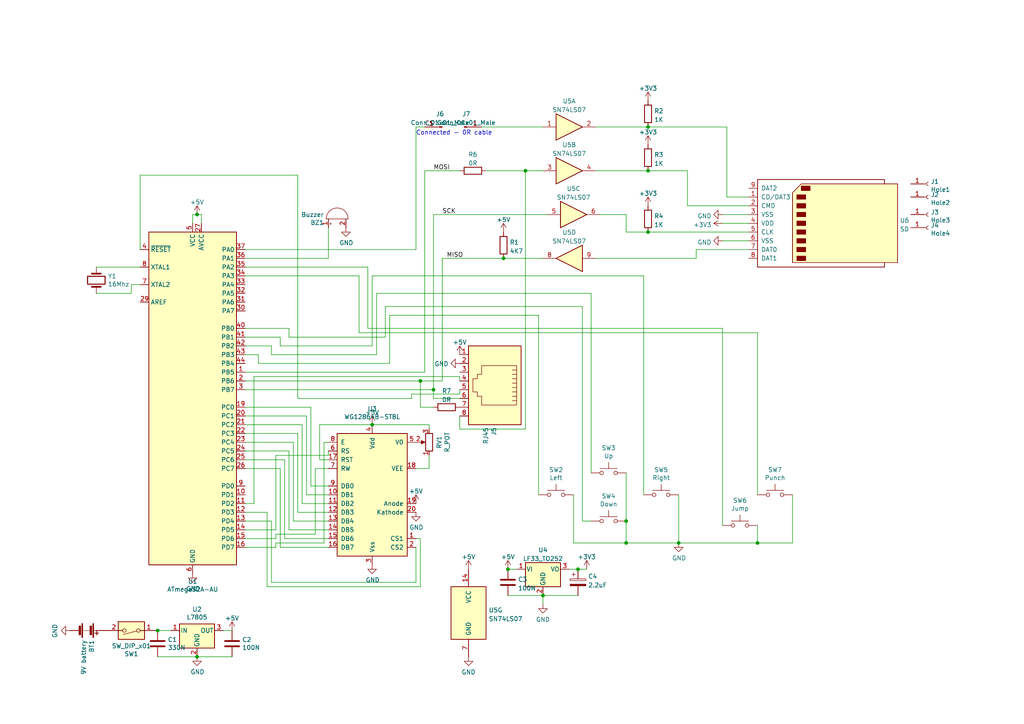
<source format=kicad_sch>
(kicad_sch (version 20211123) (generator eeschema)
  (paper "A4")
  (lib_symbols
    (symbol "74xx:SN74LS07" (pin_names (offset 1.016))
      (property "Reference" "U" (at 0 1.27 0))
      (property "Value" "SN74LS07" (at 0 -1.27 0))
      (symbol "SN74LS07_1_0"
        (polyline (pts (xy -3.81 3.81) (xy -3.81 -3.81) (xy 3.81 0) (xy -3.81 3.81)) (stroke (width 0.254)) (fill (type background)))
        (pin input line (at -7.62 0 0) (length 3.81) (name "~") (number "1"))
        (pin open_collector line (at 7.62 0 180) (length 3.81) (name "~") (number "2"))
      )
      (symbol "SN74LS07_2_0"
        (polyline (pts (xy -3.81 3.81) (xy -3.81 -3.81) (xy 3.81 0) (xy -3.81 3.81)) (stroke (width 0.254)) (fill (type background)))
        (pin input line (at -7.62 0 0) (length 3.81) (name "~") (number "3"))
        (pin open_collector line (at 7.62 0 180) (length 3.81) (name "~") (number "4"))
      )
      (symbol "SN74LS07_3_0"
        (polyline (pts (xy -3.81 3.81) (xy -3.81 -3.81) (xy 3.81 0) (xy -3.81 3.81)) (stroke (width 0.254)) (fill (type background)))
        (pin input line (at -7.62 0 0) (length 3.81) (name "~") (number "5"))
        (pin open_collector line (at 7.62 0 180) (length 3.81) (name "~") (number "6"))
      )
      (symbol "SN74LS07_4_0"
        (polyline (pts (xy -3.81 3.81) (xy -3.81 -3.81) (xy 3.81 0) (xy -3.81 3.81)) (stroke (width 0.254)) (fill (type background)))
        (pin open_collector line (at 7.62 0 180) (length 3.81) (name "~") (number "8"))
        (pin input line (at -7.62 0 0) (length 3.81) (name "~") (number "9"))
      )
      (symbol "SN74LS07_5_0"
        (polyline (pts (xy -3.81 3.81) (xy -3.81 -3.81) (xy 3.81 0) (xy -3.81 3.81)) (stroke (width 0.254)) (fill (type background)))
        (pin open_collector line (at 7.62 0 180) (length 3.81) (name "~") (number "10"))
        (pin input line (at -7.62 0 0) (length 3.81) (name "~") (number "11"))
      )
      (symbol "SN74LS07_6_0"
        (polyline (pts (xy -3.81 3.81) (xy -3.81 -3.81) (xy 3.81 0) (xy -3.81 3.81)) (stroke (width 0.254)) (fill (type background)))
        (pin open_collector line (at 7.62 0 180) (length 3.81) (name "~") (number "12"))
        (pin input line (at -7.62 0 0) (length 3.81) (name "~") (number "13"))
      )
      (symbol "SN74LS07_7_0"
        (pin power_in line (at 0 12.7 270) (length 5.08) (name "VCC") (number "14"))
        (pin power_in line (at 0 -12.7 90) (length 5.08) (name "GND") (number "7"))
      )
      (symbol "SN74LS07_7_1"
        (rectangle (start -5.08 7.62) (end 5.08 -7.62) (stroke (width 0.254)) (fill (type background)))
      )
    )
    (symbol "Connector:Conn_01x01_Female" (pin_names (offset 1.016) hide)
      (property "Reference" "J" (at 0 2.54 0))
      (property "Value" "Conn_01x01_Female" (at 0 -2.54 0))
      (symbol "Conn_01x01_Female_1_1"
        (polyline (pts (xy -1.27 0) (xy -0.508 0)) (stroke (width 0.1524)))
        (arc (start 0 0.508) (mid -0.508 0) (end 0 -0.508) (stroke (width 0.1524)))
        (pin passive line (at -5.08 0 0) (length 3.81) (name "Pin_1") (number "1"))
      )
    )
    (symbol "Connector:Conn_01x01_Male" (pin_names (offset 1.016) hide)
      (property "Reference" "J" (at 0 2.54 0))
      (property "Value" "Conn_01x01_Male" (at 0 -2.54 0))
      (symbol "Conn_01x01_Male_1_1"
        (polyline (pts (xy 1.27 0) (xy 0.8636 0)) (stroke (width 0.1524)))
        (rectangle (start 0.8636 0.127) (end 0 -0.127) (stroke (width 0.1524)) (fill (type outline)))
        (pin passive line (at 5.08 0 180) (length 3.81) (name "Pin_1") (number "1"))
      )
    )
    (symbol "Connector:RJ45" (pin_names (offset 1.016))
      (property "Reference" "J" (at -5.08 13.97 0))
      (property "Value" "RJ45" (at 2.54 13.97 0))
      (symbol "RJ45_0_1"
        (polyline (pts (xy -5.08 4.445) (xy -6.35 4.445)))
        (polyline (pts (xy -5.08 5.715) (xy -6.35 5.715)))
        (polyline (pts (xy -6.35 -3.175) (xy -5.08 -3.175) (xy -5.08 -3.175)))
        (polyline (pts (xy -6.35 -1.905) (xy -5.08 -1.905) (xy -5.08 -1.905)))
        (polyline (pts (xy -6.35 -0.635) (xy -5.08 -0.635) (xy -5.08 -0.635)))
        (polyline (pts (xy -6.35 0.635) (xy -5.08 0.635) (xy -5.08 0.635)))
        (polyline (pts (xy -6.35 1.905) (xy -5.08 1.905) (xy -5.08 1.905)))
        (polyline (pts (xy -5.08 3.175) (xy -6.35 3.175) (xy -6.35 3.175)))
        (polyline (pts (xy -6.35 -4.445) (xy -6.35 6.985) (xy 3.81 6.985) (xy 3.81 4.445) (xy 5.08 4.445) (xy 5.08 3.175) (xy 6.35 3.175) (xy 6.35 -0.635) (xy 5.08 -0.635) (xy 5.08 -1.905) (xy 3.81 -1.905) (xy 3.81 -4.445) (xy -6.35 -4.445) (xy -6.35 -4.445)))
        (rectangle (start 7.62 12.7) (end -7.62 -10.16) (stroke (width 0.254)) (fill (type background)))
      )
      (symbol "RJ45_1_1"
        (pin passive line (at 10.16 -7.62 180) (length 2.54) (name "~") (number "1"))
        (pin passive line (at 10.16 -5.08 180) (length 2.54) (name "~") (number "2"))
        (pin passive line (at 10.16 -2.54 180) (length 2.54) (name "~") (number "3"))
        (pin passive line (at 10.16 0 180) (length 2.54) (name "~") (number "4"))
        (pin passive line (at 10.16 2.54 180) (length 2.54) (name "~") (number "5"))
        (pin passive line (at 10.16 5.08 180) (length 2.54) (name "~") (number "6"))
        (pin passive line (at 10.16 7.62 180) (length 2.54) (name "~") (number "7"))
        (pin passive line (at 10.16 10.16 180) (length 2.54) (name "~") (number "8"))
      )
    )
    (symbol "Device:Battery" (pin_numbers hide) (pin_names (offset 0) hide)
      (property "Reference" "BT" (at 2.54 2.54 0))
      (property "Value" "Battery" (at 2.54 0 0))
      (symbol "Battery_0_1"
        (rectangle (start -2.032 -1.397) (end 2.032 -1.651) (fill (type outline)))
        (rectangle (start -2.032 1.778) (end 2.032 1.524) (fill (type outline)))
        (rectangle (start -1.3208 -1.9812) (end 1.27 -2.4892) (fill (type outline)))
        (rectangle (start -1.3208 1.1938) (end 1.27 0.6858) (fill (type outline)))
        (polyline (pts (xy 0 -1.524) (xy 0 -1.27)))
        (polyline (pts (xy 0 -1.016) (xy 0 -0.762)))
        (polyline (pts (xy 0 -0.508) (xy 0 -0.254)))
        (polyline (pts (xy 0 0) (xy 0 0.254)))
        (polyline (pts (xy 0 0.508) (xy 0 0.762)))
        (polyline (pts (xy 0 1.778) (xy 0 2.54)))
        (polyline (pts (xy 0.254 2.667) (xy 1.27 2.667)) (stroke (width 0.254)))
        (polyline (pts (xy 0.762 3.175) (xy 0.762 2.159)) (stroke (width 0.254)))
      )
      (symbol "Battery_1_1"
        (pin passive line (at 0 5.08 270) (length 2.54) (name "+") (number "1"))
        (pin passive line (at 0 -5.08 90) (length 2.54) (name "-") (number "2"))
      )
    )
    (symbol "Device:Buzzer" (pin_names (offset 0.0254) hide)
      (property "Reference" "BZ" (at 3.81 1.27 0))
      (property "Value" "Buzzer" (at 3.81 -1.27 0))
      (symbol "Buzzer_0_1"
        (arc (start 0 -3.175) (mid 3.175 0) (end 0 3.175))
        (polyline (pts (xy -1.651 1.905) (xy -1.143 1.905)))
        (polyline (pts (xy -1.397 2.159) (xy -1.397 1.651)))
        (polyline (pts (xy 0 3.175) (xy 0 -3.175)))
      )
      (symbol "Buzzer_1_1"
        (pin passive line (at -2.54 2.54 0) (length 2.54) (name "-") (number "1"))
        (pin passive line (at -2.54 -2.54 0) (length 2.54) (name "+") (number "2"))
      )
    )
    (symbol "Device:C" (pin_numbers hide) (pin_names (offset 0.254))
      (property "Reference" "C" (at 0.635 2.54 0))
      (property "Value" "C" (at 0.635 -2.54 0))
      (symbol "C_0_1"
        (polyline (pts (xy -2.032 -0.762) (xy 2.032 -0.762)) (stroke (width 0.508)))
        (polyline (pts (xy -2.032 0.762) (xy 2.032 0.762)) (stroke (width 0.508)))
      )
      (symbol "C_1_1"
        (pin passive line (at 0 3.81 270) (length 2.794) (name "~") (number "1"))
        (pin passive line (at 0 -3.81 90) (length 2.794) (name "~") (number "2"))
      )
    )
    (symbol "Device:C_Polarized" (pin_numbers hide) (pin_names (offset 0.254))
      (property "Reference" "C" (at 0.635 2.54 0))
      (property "Value" "C_Polarized" (at 0.635 -2.54 0))
      (symbol "C_Polarized_0_1"
        (rectangle (start -2.286 0.508) (end 2.286 1.016))
        (polyline (pts (xy -1.778 2.286) (xy -0.762 2.286)))
        (polyline (pts (xy -1.27 2.794) (xy -1.27 1.778)))
        (rectangle (start 2.286 -0.508) (end -2.286 -1.016) (fill (type outline)))
      )
      (symbol "C_Polarized_1_1"
        (pin passive line (at 0 3.81 270) (length 2.794) (name "~") (number "1"))
        (pin passive line (at 0 -3.81 90) (length 2.794) (name "~") (number "2"))
      )
    )
    (symbol "Device:Crystal" (pin_numbers hide) (pin_names (offset 1.016) hide)
      (property "Reference" "Y" (at 0 3.81 0))
      (property "Value" "Crystal" (at 0 -3.81 0))
      (symbol "Crystal_0_1"
        (rectangle (start -1.143 2.54) (end 1.143 -2.54) (stroke (width 0.3048)))
        (polyline (pts (xy -2.54 0) (xy -1.905 0)))
        (polyline (pts (xy -1.905 -1.27) (xy -1.905 1.27)) (stroke (width 0.508)))
        (polyline (pts (xy 1.905 -1.27) (xy 1.905 1.27)) (stroke (width 0.508)))
        (polyline (pts (xy 2.54 0) (xy 1.905 0)))
      )
      (symbol "Crystal_1_1"
        (pin passive line (at -3.81 0 0) (length 1.27) (name "1") (number "1"))
        (pin passive line (at 3.81 0 180) (length 1.27) (name "2") (number "2"))
      )
    )
    (symbol "Device:R" (pin_numbers hide) (pin_names (offset 0))
      (property "Reference" "R" (at 2.032 0 90))
      (property "Value" "R" (at 0 0 90))
      (symbol "R_0_1"
        (rectangle (start -1.016 -2.54) (end 1.016 2.54) (stroke (width 0.254)))
      )
      (symbol "R_1_1"
        (pin passive line (at 0 3.81 270) (length 1.27) (name "~") (number "1"))
        (pin passive line (at 0 -3.81 90) (length 1.27) (name "~") (number "2"))
      )
    )
    (symbol "Device:R_POT" (pin_names (offset 1.016) hide)
      (property "Reference" "RV" (at -4.445 0 90))
      (property "Value" "Device_R_POT" (at -2.54 0 90))
      (symbol "R_POT_0_1"
        (polyline (pts (xy 2.54 0) (xy 1.524 0)))
        (polyline (pts (xy 1.143 0) (xy 2.286 0.508) (xy 2.286 -0.508) (xy 1.143 0)) (fill (type outline)))
        (rectangle (start 1.016 2.54) (end -1.016 -2.54) (stroke (width 0.254)))
      )
      (symbol "R_POT_1_1"
        (pin passive line (at 0 3.81 270) (length 1.27) (name "1") (number "1"))
        (pin passive line (at 3.81 0 180) (length 1.27) (name "2") (number "2"))
        (pin passive line (at 0 -3.81 90) (length 1.27) (name "3") (number "3"))
      )
    )
    (symbol "MCU_Microchip_ATmega:ATmega32A-AU"
      (property "Reference" "U" (at -12.7 49.53 0))
      (property "Value" "MCU_Microchip_ATmega_ATmega32A-AU" (at 2.54 -49.53 0))
      (symbol "ATmega32A-AU_0_1"
        (rectangle (start -12.7 -48.26) (end 12.7 48.26) (stroke (width 0.254)) (fill (type background)))
      )
      (symbol "ATmega32A-AU_1_1"
        (pin bidirectional line (at 15.24 7.62 180) (length 2.54) (name "PB5") (number "1"))
        (pin bidirectional line (at 15.24 -27.94 180) (length 2.54) (name "PD1") (number "10"))
        (pin bidirectional line (at 15.24 -30.48 180) (length 2.54) (name "PD2") (number "11"))
        (pin bidirectional line (at 15.24 -33.02 180) (length 2.54) (name "PD3") (number "12"))
        (pin bidirectional line (at 15.24 -35.56 180) (length 2.54) (name "PD4") (number "13"))
        (pin bidirectional line (at 15.24 -38.1 180) (length 2.54) (name "PD5") (number "14"))
        (pin bidirectional line (at 15.24 -40.64 180) (length 2.54) (name "PD6") (number "15"))
        (pin bidirectional line (at 15.24 -43.18 180) (length 2.54) (name "PD7") (number "16"))
        (pin passive line (at 0 50.8 270) (length 2.54) hide (name "VCC") (number "17"))
        (pin passive line (at 0 -50.8 90) (length 2.54) hide (name "GND") (number "18"))
        (pin bidirectional line (at 15.24 -2.54 180) (length 2.54) (name "PC0") (number "19"))
        (pin bidirectional line (at 15.24 5.08 180) (length 2.54) (name "PB6") (number "2"))
        (pin bidirectional line (at 15.24 -5.08 180) (length 2.54) (name "PC1") (number "20"))
        (pin bidirectional line (at 15.24 -7.62 180) (length 2.54) (name "PC2") (number "21"))
        (pin bidirectional line (at 15.24 -10.16 180) (length 2.54) (name "PC3") (number "22"))
        (pin bidirectional line (at 15.24 -12.7 180) (length 2.54) (name "PC4") (number "23"))
        (pin bidirectional line (at 15.24 -15.24 180) (length 2.54) (name "PC5") (number "24"))
        (pin bidirectional line (at 15.24 -17.78 180) (length 2.54) (name "PC6") (number "25"))
        (pin bidirectional line (at 15.24 -20.32 180) (length 2.54) (name "PC7") (number "26"))
        (pin power_in line (at 2.54 50.8 270) (length 2.54) (name "AVCC") (number "27"))
        (pin passive line (at 0 -50.8 90) (length 2.54) hide (name "GND") (number "28"))
        (pin passive line (at -15.24 27.94 0) (length 2.54) (name "AREF") (number "29"))
        (pin bidirectional line (at 15.24 2.54 180) (length 2.54) (name "PB7") (number "3"))
        (pin bidirectional line (at 15.24 25.4 180) (length 2.54) (name "PA7") (number "30"))
        (pin bidirectional line (at 15.24 27.94 180) (length 2.54) (name "PA6") (number "31"))
        (pin bidirectional line (at 15.24 30.48 180) (length 2.54) (name "PA5") (number "32"))
        (pin bidirectional line (at 15.24 33.02 180) (length 2.54) (name "PA4") (number "33"))
        (pin bidirectional line (at 15.24 35.56 180) (length 2.54) (name "PA3") (number "34"))
        (pin bidirectional line (at 15.24 38.1 180) (length 2.54) (name "PA2") (number "35"))
        (pin bidirectional line (at 15.24 40.64 180) (length 2.54) (name "PA1") (number "36"))
        (pin bidirectional line (at 15.24 43.18 180) (length 2.54) (name "PA0") (number "37"))
        (pin passive line (at 0 50.8 270) (length 2.54) hide (name "VCC") (number "38"))
        (pin passive line (at 0 -50.8 90) (length 2.54) hide (name "GND") (number "39"))
        (pin input line (at -15.24 43.18 0) (length 2.54) (name "~{RESET}") (number "4"))
        (pin bidirectional line (at 15.24 20.32 180) (length 2.54) (name "PB0") (number "40"))
        (pin bidirectional line (at 15.24 17.78 180) (length 2.54) (name "PB1") (number "41"))
        (pin bidirectional line (at 15.24 15.24 180) (length 2.54) (name "PB2") (number "42"))
        (pin bidirectional line (at 15.24 12.7 180) (length 2.54) (name "PB3") (number "43"))
        (pin bidirectional line (at 15.24 10.16 180) (length 2.54) (name "PB4") (number "44"))
        (pin power_in line (at 0 50.8 270) (length 2.54) (name "VCC") (number "5"))
        (pin power_in line (at 0 -50.8 90) (length 2.54) (name "GND") (number "6"))
        (pin output line (at -15.24 33.02 0) (length 2.54) (name "XTAL2") (number "7"))
        (pin input line (at -15.24 38.1 0) (length 2.54) (name "XTAL1") (number "8"))
        (pin bidirectional line (at 15.24 -25.4 180) (length 2.54) (name "PD0") (number "9"))
      )
    )
    (symbol "Regulator_Linear:L7805" (pin_names (offset 0.254))
      (property "Reference" "U" (at -3.81 3.175 0))
      (property "Value" "L7805" (at 0 3.175 0))
      (symbol "L7805_0_1"
        (rectangle (start -5.08 1.905) (end 5.08 -5.08) (stroke (width 0.254)) (fill (type background)))
      )
      (symbol "L7805_1_1"
        (pin power_in line (at -7.62 0 0) (length 2.54) (name "IN") (number "1"))
        (pin power_in line (at 0 -7.62 90) (length 2.54) (name "GND") (number "2"))
        (pin power_out line (at 7.62 0 180) (length 2.54) (name "OUT") (number "3"))
      )
    )
    (symbol "Regulator_Linear:LF33_TO252" (pin_names (offset 0.254))
      (property "Reference" "U" (at -3.81 3.175 0))
      (property "Value" "LF33_TO252" (at 0 3.175 0))
      (symbol "LF33_TO252_0_1"
        (rectangle (start -5.08 1.905) (end 5.08 -5.08) (stroke (width 0.254)) (fill (type background)))
      )
      (symbol "LF33_TO252_1_1"
        (pin power_in line (at -7.62 0 0) (length 2.54) (name "VI") (number "1"))
        (pin power_in line (at 0 -7.62 90) (length 2.54) (name "GND") (number "2"))
        (pin power_out line (at 7.62 0 180) (length 2.54) (name "VO") (number "3"))
      )
    )
    (symbol "SD:SD" (pin_names (offset 1.016))
      (property "Reference" "U" (at 0 5.08 0))
      (property "Value" "SD" (at 0 7.62 0))
      (symbol "SD_0_1"
        (rectangle (start -8.89 -9.525) (end -6.35 -10.795) (fill (type outline)))
        (rectangle (start -8.89 -9.525) (end -6.35 -10.795) (fill (type outline)))
        (rectangle (start -8.89 -6.985) (end -6.35 -8.255) (fill (type outline)))
        (rectangle (start -8.89 -6.985) (end -6.35 -8.255) (fill (type outline)))
        (rectangle (start -8.89 -4.445) (end -6.35 -5.715) (fill (type outline)))
        (rectangle (start -8.89 -4.445) (end -6.35 -5.715) (fill (type outline)))
        (rectangle (start -8.89 -1.905) (end -6.35 -3.175) (fill (type outline)))
        (rectangle (start -8.89 -1.905) (end -6.35 -3.175) (fill (type outline)))
        (rectangle (start -8.89 0.635) (end -6.35 -0.635) (fill (type outline)))
        (rectangle (start -8.89 0.635) (end -6.35 -0.635) (fill (type outline)))
        (rectangle (start -8.89 3.175) (end -6.35 1.905) (fill (type outline)))
        (rectangle (start -8.89 3.175) (end -6.35 1.905) (fill (type outline)))
        (rectangle (start -8.89 5.715) (end -6.35 4.445) (fill (type outline)))
        (rectangle (start -8.89 5.715) (end -6.35 4.445) (fill (type outline)))
        (rectangle (start -8.89 8.255) (end -6.35 6.985) (fill (type outline)))
        (rectangle (start -8.89 8.255) (end -6.35 6.985) (fill (type outline)))
        (rectangle (start -7.62 10.795) (end -5.08 9.525) (fill (type outline)))
        (rectangle (start -7.62 10.795) (end -5.08 9.525) (fill (type outline)))
        (polyline (pts (xy -10.16 8.89) (xy -7.62 11.43) (xy 20.32 11.43) (xy 20.32 -11.43) (xy -10.16 -11.43) (xy -10.16 8.89)) (fill (type background)))
        (polyline (pts (xy -10.16 8.89) (xy -7.62 11.43) (xy 20.32 11.43) (xy 20.32 -11.43) (xy -10.16 -11.43) (xy -10.16 8.89)) (fill (type background)))
        (polyline (pts (xy 16.51 11.43) (xy 16.51 12.7) (xy -20.32 12.7) (xy -20.32 -12.7) (xy 16.51 -12.7) (xy 16.51 -11.43)))
        (polyline (pts (xy 16.51 11.43) (xy 16.51 12.7) (xy -20.32 12.7) (xy -20.32 -12.7) (xy 16.51 -12.7) (xy 16.51 -11.43)))
      )
      (symbol "SD_1_1"
        (pin input line (at -22.86 7.62 0) (length 2.54) (name "CD/DAT3") (number "1"))
        (pin input line (at -22.86 5.08 0) (length 2.54) (name "CMD") (number "2"))
        (pin power_in line (at -22.86 2.54 0) (length 2.54) (name "VSS") (number "3"))
        (pin power_in line (at -22.86 0 0) (length 2.54) (name "VDD") (number "4"))
        (pin input line (at -22.86 -2.54 0) (length 2.54) (name "CLK") (number "5"))
        (pin power_in line (at -22.86 -5.08 0) (length 2.54) (name "VSS") (number "6"))
        (pin input line (at -22.86 -7.62 0) (length 2.54) (name "DAT0") (number "7"))
        (pin input line (at -22.86 -10.16 0) (length 2.54) (name "DAT1") (number "8"))
        (pin input line (at -22.86 10.16 0) (length 2.54) (name "DAT2") (number "9"))
      )
    )
    (symbol "Switch:SW_DIP_x01" (pin_names (offset 0) hide)
      (property "Reference" "SW" (at 0 3.81 0))
      (property "Value" "SW_DIP_x01" (at 0 -3.81 0))
      (symbol "SW_DIP_x01_0_0"
        (circle (center -2.032 0) (radius 0.508))
        (polyline (pts (xy -1.524 0.127) (xy 2.3622 1.1684)))
        (circle (center 2.032 0) (radius 0.508))
      )
      (symbol "SW_DIP_x01_0_1"
        (rectangle (start -3.81 2.54) (end 3.81 -2.54) (stroke (width 0.254)) (fill (type background)))
      )
      (symbol "SW_DIP_x01_1_1"
        (pin passive line (at -7.62 0 0) (length 5.08) (name "~") (number "1"))
        (pin passive line (at 7.62 0 180) (length 5.08) (name "~") (number "2"))
      )
    )
    (symbol "Switch:SW_Push" (pin_numbers hide) (pin_names (offset 1.016) hide)
      (property "Reference" "SW" (at 1.27 2.54 0))
      (property "Value" "SW_Push" (at 0 -1.524 0))
      (symbol "SW_Push_0_1"
        (circle (center -2.032 0) (radius 0.508))
        (polyline (pts (xy 0 1.27) (xy 0 3.048)))
        (polyline (pts (xy 2.54 1.27) (xy -2.54 1.27)))
        (circle (center 2.032 0) (radius 0.508))
        (pin passive line (at -5.08 0 0) (length 2.54) (name "1") (number "1"))
        (pin passive line (at 5.08 0 180) (length 2.54) (name "2") (number "2"))
      )
    )
    (symbol "power:+3V3" (power) (pin_names (offset 0))
      (property "Value" "+3V3" (at 0 3.556 0))
      (symbol "+3V3_0_1"
        (polyline (pts (xy -0.762 1.27) (xy 0 2.54)))
        (polyline (pts (xy 0 0) (xy 0 2.54)))
        (polyline (pts (xy 0 2.54) (xy 0.762 1.27)))
      )
      (symbol "+3V3_1_1"
        (pin power_in line (at 0 0 90) (length 0) hide (name "+3V3") (number "1"))
      )
    )
    (symbol "power:+5V" (power) (pin_names (offset 0))
      (property "Value" "+5V" (at 0 3.556 0))
      (symbol "+5V_0_1"
        (polyline (pts (xy -0.762 1.27) (xy 0 2.54)))
        (polyline (pts (xy 0 0) (xy 0 2.54)))
        (polyline (pts (xy 0 2.54) (xy 0.762 1.27)))
      )
      (symbol "+5V_1_1"
        (pin power_in line (at 0 0 90) (length 0) hide (name "+5V") (number "1"))
      )
    )
    (symbol "power:GND" (power) (pin_names (offset 0))
      (property "Value" "GND" (at 0 -3.81 0))
      (symbol "GND_0_1"
        (polyline (pts (xy 0 0) (xy 0 -1.27) (xy 1.27 -1.27) (xy 0 -2.54) (xy -1.27 -1.27) (xy 0 -1.27)))
      )
      (symbol "GND_1_1"
        (pin power_in line (at 0 0 270) (length 0) hide (name "GND") (number "1"))
      )
    )
    (symbol "schemat_dip40-rescue:WG12864B-STBL" (pin_names (offset 1.016))
      (property "Reference" "U" (at 0 0 0))
      (property "Value" "WG12864B-STBL" (at 0 0 0))
      (symbol "WG12864B-STBL_0_1"
        (rectangle (start -10.16 19.05) (end 10.16 -16.51) (stroke (width 0.254)) (fill (type background)))
      )
      (symbol "WG12864B-STBL_1_1"
        (pin input line (at 12.7 -11.43 180) (length 2.54) (name "CS1") (number "1"))
        (pin input line (at -12.7 1.27 0) (length 2.54) (name "DB1") (number "10"))
        (pin input line (at -12.7 -1.27 0) (length 2.54) (name "DB2") (number "11"))
        (pin input line (at -12.7 -3.81 0) (length 2.54) (name "DB3") (number "12"))
        (pin input line (at -12.7 -6.35 0) (length 2.54) (name "DB4") (number "13"))
        (pin input line (at -12.7 -8.89 0) (length 2.54) (name "DB5") (number "14"))
        (pin input line (at -12.7 -11.43 0) (length 2.54) (name "DB6") (number "15"))
        (pin input line (at -12.7 -13.97 0) (length 2.54) (name "DB7") (number "16"))
        (pin input line (at -12.7 11.43 0) (length 2.54) (name "RST") (number "17"))
        (pin passive line (at 12.7 8.89 180) (length 2.54) (name "VEE") (number "18"))
        (pin input line (at 12.7 -1.27 180) (length 2.54) (name "Anode") (number "19"))
        (pin input line (at 12.7 -13.97 180) (length 2.54) (name "CS2") (number "2"))
        (pin input line (at 12.7 -3.81 180) (length 2.54) (name "Kathode") (number "20"))
        (pin power_in line (at 0 -19.05 90) (length 2.54) (name "Vss") (number "3"))
        (pin power_in line (at 0 21.59 270) (length 2.54) (name "Vdd") (number "4"))
        (pin input line (at 12.7 16.51 180) (length 2.54) (name "V0") (number "5"))
        (pin input line (at -12.7 13.97 0) (length 2.54) (name "RS") (number "6"))
        (pin input line (at -12.7 8.89 0) (length 2.54) (name "RW") (number "7"))
        (pin input line (at -12.7 16.51 0) (length 2.54) (name "E") (number "8"))
        (pin input line (at -12.7 3.81 0) (length 2.54) (name "DB0") (number "9"))
      )
    )
  )
  (junction (at 187.96 67.31))
  (junction (at 107.95 123.19))
  (junction (at 219.71 157.48))
  (junction (at 157.48 172.72))
  (junction (at 57.15 190.5))
  (junction (at 152.4 49.53))
  (junction (at 146.05 74.93))
  (junction (at 45.72 182.88))
  (junction (at 121.92 110.49))
  (junction (at 147.32 165.1))
  (junction (at 187.96 49.53))
  (junction (at 167.64 165.1))
  (junction (at 181.61 157.48))
  (junction (at 181.61 151.13))
  (junction (at 125.73 113.03))
  (junction (at 196.85 157.48))
  (junction (at 57.15 62.23))
  (junction (at 187.96 36.83))
  (wire (pts (xy 77.47 170.18) (xy 77.47 148.59)))
  (wire (pts (xy 95.25 151.13) (xy 85.09 151.13)))
  (wire (pts (xy 133.35 124.46) (xy 133.35 120.65)))
  (wire (pts (xy 181.61 151.13) (xy 181.61 157.48)))
  (wire (pts (xy 81.28 135.89) (xy 71.12 135.89)))
  (wire (pts (xy 113.03 105.41) (xy 74.93 105.41)))
  (wire (pts (xy 86.36 125.73) (xy 71.12 125.73)))
  (wire (pts (xy 78.74 100.33) (xy 71.12 100.33)))
  (wire (pts (xy 209.55 95.25) (xy 209.55 152.4)))
  (wire (pts (xy 78.74 102.87) (xy 78.74 100.33)))
  (wire (pts (xy 78.74 151.13) (xy 71.12 151.13)))
  (wire (pts (xy 95.25 133.35) (xy 92.71 133.35)))
  (wire (pts (xy 201.93 72.39) (xy 217.17 72.39)))
  (wire (pts (xy 219.71 152.4) (xy 219.71 157.48)))
  (wire (pts (xy 57.15 62.23) (xy 58.42 62.23)))
  (wire (pts (xy 201.93 74.93) (xy 201.93 72.39)))
  (wire (pts (xy 199.39 59.69) (xy 217.17 59.69)))
  (wire (pts (xy 78.74 168.91) (xy 78.74 151.13)))
  (wire (pts (xy 125.73 113.03) (xy 125.73 115.57)))
  (wire (pts (xy 147.32 172.72) (xy 157.48 172.72)))
  (wire (pts (xy 125.73 113.03) (xy 71.12 113.03)))
  (wire (pts (xy 173.99 62.23) (xy 181.61 62.23)))
  (wire (pts (xy 125.73 118.11) (xy 121.92 118.11)))
  (wire (pts (xy 82.55 156.21) (xy 82.55 133.35)))
  (wire (pts (xy 125.73 62.23) (xy 125.73 113.03)))
  (wire (pts (xy 86.36 115.57) (xy 119.38 115.57)))
  (wire (pts (xy 128.27 110.49) (xy 121.92 110.49)))
  (wire (pts (xy 55.88 64.77) (xy 55.88 62.23)))
  (wire (pts (xy 157.48 172.72) (xy 157.48 175.26)))
  (wire (pts (xy 139.7 36.83) (xy 157.48 36.83)))
  (wire (pts (xy 156.21 91.44) (xy 113.03 91.44)))
  (wire (pts (xy 95.25 132.08) (xy 95.25 130.81)))
  (wire (pts (xy 121.92 118.11) (xy 121.92 110.49)))
  (wire (pts (xy 209.55 64.77) (xy 217.17 64.77)))
  (wire (pts (xy 181.61 67.31) (xy 187.96 67.31)))
  (wire (pts (xy 95.25 153.67) (xy 83.82 153.67)))
  (wire (pts (xy 95.25 146.05) (xy 87.63 146.05)))
  (wire (pts (xy 187.96 36.83) (xy 210.82 36.83)))
  (wire (pts (xy 27.94 77.47) (xy 40.64 77.47)))
  (wire (pts (xy 209.55 62.23) (xy 217.17 62.23)))
  (wire (pts (xy 87.63 123.19) (xy 71.12 123.19)))
  (wire (pts (xy 181.61 62.23) (xy 181.61 67.31)))
  (wire (pts (xy 120.65 156.21) (xy 121.92 156.21)))
  (wire (pts (xy 93.98 128.27) (xy 95.25 128.27)))
  (wire (pts (xy 104.14 96.52) (xy 219.71 96.52)))
  (wire (pts (xy 168.91 151.13) (xy 168.91 88.9)))
  (wire (pts (xy 172.72 36.83) (xy 187.96 36.83)))
  (wire (pts (xy 187.96 49.53) (xy 199.39 49.53)))
  (wire (pts (xy 71.12 146.05) (xy 73.66 146.05)))
  (wire (pts (xy 92.71 133.35) (xy 92.71 123.19)))
  (wire (pts (xy 80.01 132.08) (xy 95.25 132.08)))
  (wire (pts (xy 120.65 168.91) (xy 78.74 168.91)))
  (wire (pts (xy 91.44 135.89) (xy 91.44 154.94)))
  (wire (pts (xy 229.87 157.48) (xy 229.87 143.51)))
  (wire (pts (xy 157.48 172.72) (xy 167.64 172.72)))
  (wire (pts (xy 181.61 157.48) (xy 196.85 157.48)))
  (wire (pts (xy 128.27 110.49) (xy 128.27 74.93)))
  (wire (pts (xy 91.44 154.94) (xy 80.01 154.94)))
  (wire (pts (xy 123.19 49.53) (xy 133.35 49.53)))
  (wire (pts (xy 80.01 154.94) (xy 80.01 156.21)))
  (wire (pts (xy 95.25 158.75) (xy 81.28 158.75)))
  (wire (pts (xy 109.22 85.09) (xy 109.22 102.87)))
  (wire (pts (xy 45.72 190.5) (xy 57.15 190.5)))
  (wire (pts (xy 77.47 148.59) (xy 71.12 148.59)))
  (wire (pts (xy 58.42 62.23) (xy 58.42 64.77)))
  (wire (pts (xy 93.98 157.48) (xy 80.01 157.48)))
  (wire (pts (xy 95.25 74.93) (xy 71.12 74.93)))
  (wire (pts (xy 187.96 67.31) (xy 217.17 67.31)))
  (wire (pts (xy 128.27 74.93) (xy 146.05 74.93)))
  (wire (pts (xy 133.35 109.22) (xy 133.35 110.49)))
  (wire (pts (xy 107.95 100.33) (xy 81.28 100.33)))
  (wire (pts (xy 196.85 157.48) (xy 219.71 157.48)))
  (wire (pts (xy 81.28 100.33) (xy 81.28 97.79)))
  (wire (pts (xy 124.46 124.46) (xy 124.46 123.19)))
  (wire (pts (xy 146.05 74.93) (xy 157.48 74.93)))
  (wire (pts (xy 95.25 148.59) (xy 86.36 148.59)))
  (wire (pts (xy 119.38 114.3) (xy 133.35 114.3)))
  (wire (pts (xy 107.95 80.01) (xy 107.95 100.33)))
  (wire (pts (xy 95.25 143.51) (xy 88.9 143.51)))
  (wire (pts (xy 90.17 140.97) (xy 90.17 118.11)))
  (wire (pts (xy 172.72 49.53) (xy 187.96 49.53)))
  (wire (pts (xy 120.65 158.75) (xy 120.65 168.91)))
  (wire (pts (xy 120.65 135.89) (xy 124.46 135.89)))
  (wire (pts (xy 74.93 105.41) (xy 74.93 102.87)))
  (wire (pts (xy 80.01 153.67) (xy 71.12 153.67)))
  (wire (pts (xy 156.21 143.51) (xy 156.21 91.44)))
  (wire (pts (xy 80.01 153.67) (xy 80.01 132.08)))
  (wire (pts (xy 133.35 114.3) (xy 133.35 113.03)))
  (wire (pts (xy 219.71 157.48) (xy 229.87 157.48)))
  (wire (pts (xy 125.73 115.57) (xy 133.35 115.57)))
  (wire (pts (xy 80.01 157.48) (xy 80.01 158.75)))
  (wire (pts (xy 121.92 156.21) (xy 121.92 170.18)))
  (wire (pts (xy 38.1 82.55) (xy 40.64 82.55)))
  (wire (pts (xy 210.82 57.15) (xy 217.17 57.15)))
  (wire (pts (xy 93.98 128.27) (xy 93.98 157.48)))
  (wire (pts (xy 166.37 143.51) (xy 166.37 157.48)))
  (wire (pts (xy 88.9 143.51) (xy 88.9 120.65)))
  (wire (pts (xy 125.73 62.23) (xy 158.75 62.23)))
  (wire (pts (xy 219.71 143.51) (xy 219.71 96.52)))
  (wire (pts (xy 95.25 156.21) (xy 82.55 156.21)))
  (wire (pts (xy 74.93 102.87) (xy 71.12 102.87)))
  (wire (pts (xy 109.22 102.87) (xy 78.74 102.87)))
  (wire (pts (xy 83.82 95.25) (xy 71.12 95.25)))
  (wire (pts (xy 45.72 182.88) (xy 49.53 182.88)))
  (wire (pts (xy 95.25 66.04) (xy 95.25 74.93)))
  (wire (pts (xy 209.55 69.85) (xy 217.17 69.85)))
  (wire (pts (xy 87.63 146.05) (xy 87.63 123.19)))
  (wire (pts (xy 106.68 95.25) (xy 106.68 77.47)))
  (wire (pts (xy 27.94 85.09) (xy 38.1 85.09)))
  (wire (pts (xy 123.19 107.95) (xy 71.12 107.95)))
  (wire (pts (xy 40.64 50.8) (xy 86.36 50.8)))
  (wire (pts (xy 86.36 50.8) (xy 86.36 115.57)))
  (wire (pts (xy 83.82 153.67) (xy 83.82 130.81)))
  (wire (pts (xy 81.28 97.79) (xy 71.12 97.79)))
  (wire (pts (xy 83.82 130.81) (xy 71.12 130.81)))
  (wire (pts (xy 210.82 36.83) (xy 210.82 57.15)))
  (wire (pts (xy 152.4 49.53) (xy 152.4 124.46)))
  (wire (pts (xy 85.09 128.27) (xy 71.12 128.27)))
  (wire (pts (xy 181.61 137.16) (xy 181.61 151.13)))
  (wire (pts (xy 167.64 165.1) (xy 170.18 165.1)))
  (wire (pts (xy 120.65 36.83) (xy 123.19 36.83)))
  (wire (pts (xy 92.71 123.19) (xy 107.95 123.19)))
  (wire (pts (xy 168.91 88.9) (xy 111.76 88.9)))
  (wire (pts (xy 71.12 72.39) (xy 120.65 72.39)))
  (wire (pts (xy 95.25 140.97) (xy 90.17 140.97)))
  (wire (pts (xy 121.92 110.49) (xy 71.12 110.49)))
  (wire (pts (xy 104.14 96.52) (xy 104.14 80.01)))
  (wire (pts (xy 171.45 85.09) (xy 109.22 85.09)))
  (wire (pts (xy 172.72 74.93) (xy 201.93 74.93)))
  (wire (pts (xy 80.01 156.21) (xy 71.12 156.21)))
  (wire (pts (xy 166.37 157.48) (xy 181.61 157.48)))
  (wire (pts (xy 85.09 151.13) (xy 85.09 128.27)))
  (wire (pts (xy 91.44 135.89) (xy 95.25 135.89)))
  (wire (pts (xy 152.4 124.46) (xy 133.35 124.46)))
  (wire (pts (xy 111.76 97.79) (xy 83.82 97.79)))
  (wire (pts (xy 147.32 165.1) (xy 149.86 165.1)))
  (wire (pts (xy 64.77 182.88) (xy 67.31 182.88)))
  (wire (pts (xy 73.66 146.05) (xy 73.66 109.22)))
  (wire (pts (xy 90.17 118.11) (xy 71.12 118.11)))
  (wire (pts (xy 165.1 165.1) (xy 167.64 165.1)))
  (wire (pts (xy 86.36 148.59) (xy 86.36 125.73)))
  (wire (pts (xy 38.1 82.55) (xy 38.1 85.09)))
  (wire (pts (xy 196.85 143.51) (xy 196.85 157.48)))
  (wire (pts (xy 73.66 109.22) (xy 133.35 109.22)))
  (wire (pts (xy 83.82 97.79) (xy 83.82 95.25)))
  (wire (pts (xy 111.76 88.9) (xy 111.76 97.79)))
  (wire (pts (xy 106.68 77.47) (xy 71.12 77.47)))
  (wire (pts (xy 104.14 80.01) (xy 71.12 80.01)))
  (wire (pts (xy 55.88 62.23) (xy 57.15 62.23)))
  (wire (pts (xy 80.01 158.75) (xy 71.12 158.75)))
  (wire (pts (xy 124.46 135.89) (xy 124.46 132.08)))
  (wire (pts (xy 140.97 49.53) (xy 152.4 49.53)))
  (wire (pts (xy 57.15 190.5) (xy 67.31 190.5)))
  (wire (pts (xy 186.69 143.51) (xy 186.69 80.01)))
  (wire (pts (xy 40.64 72.39) (xy 40.64 50.8)))
  (wire (pts (xy 81.28 158.75) (xy 81.28 135.89)))
  (wire (pts (xy 106.68 95.25) (xy 209.55 95.25)))
  (wire (pts (xy 82.55 133.35) (xy 71.12 133.35)))
  (wire (pts (xy 120.65 36.83) (xy 120.65 72.39)))
  (wire (pts (xy 119.38 115.57) (xy 119.38 114.3)))
  (wire (pts (xy 88.9 120.65) (xy 71.12 120.65)))
  (wire (pts (xy 171.45 151.13) (xy 168.91 151.13)))
  (wire (pts (xy 113.03 91.44) (xy 113.03 105.41)))
  (wire (pts (xy 124.46 123.19) (xy 107.95 123.19)))
  (wire (pts (xy 186.69 80.01) (xy 107.95 80.01)))
  (wire (pts (xy 199.39 49.53) (xy 199.39 59.69)))
  (wire (pts (xy 121.92 170.18) (xy 77.47 170.18)))
  (wire (pts (xy 152.4 49.53) (xy 157.48 49.53)))
  (wire (pts (xy 171.45 137.16) (xy 171.45 85.09)))
  (wire (pts (xy 123.19 49.53) (xy 123.19 107.95)))
  (text "Connected - 0R cable\n" (at 120.65 39.37 0) (effects (font (size 1.27 1.27)) (justify left bottom)))
  (label "CS" (at 123.19 36.83 0))
  (label "SCK" (at 128.27 62.23 0))
  (label "MOSI" (at 125.73 49.53 0))
  (label "MISO" (at 129.54 74.93 0))
  (symbol (lib_id "Switch:SW_Push") (at 176.53 137.16 0) (unit 1)
    (property "Reference" "SW3" (at 176.53 129.921 0))
    (property "Value" "Up" (at 176.53 132.2324 0))
    (property "Footprint" "Button_Switch_THT:SW_PUSH-12mm" (effects hide))
  )
  (symbol (lib_id "Switch:SW_Push") (at 176.53 151.13 0) (unit 1)
    (property "Reference" "SW4" (at 176.53 143.891 0))
    (property "Value" "Down" (at 176.53 146.2024 0))
    (property "Footprint" "Button_Switch_THT:SW_PUSH-12mm" (effects hide))
  )
  (symbol (lib_id "Switch:SW_Push") (at 191.77 143.51 0) (unit 1)
    (property "Reference" "SW5" (at 191.77 136.271 0))
    (property "Value" "Right" (at 191.77 138.5824 0))
    (property "Footprint" "Button_Switch_THT:SW_PUSH-12mm" (effects hide))
  )
  (symbol (lib_id "Switch:SW_Push") (at 161.29 143.51 0) (unit 1)
    (property "Reference" "SW2" (at 161.29 136.271 0))
    (property "Value" "Left" (at 161.29 138.5824 0))
    (property "Footprint" "Button_Switch_THT:SW_PUSH-12mm" (effects hide))
  )
  (symbol (lib_id "Switch:SW_Push") (at 214.63 152.4 0) (unit 1)
    (property "Reference" "SW6" (at 214.63 145.161 0))
    (property "Value" "Jump" (at 214.63 147.4724 0))
    (property "Footprint" "Button_Switch_THT:SW_PUSH-12mm" (effects hide))
  )
  (symbol (lib_id "Switch:SW_Push") (at 224.79 143.51 0) (unit 1)
    (property "Reference" "SW7" (at 224.79 136.271 0))
    (property "Value" "Punch" (at 224.79 138.5824 0))
    (property "Footprint" "Button_Switch_THT:SW_PUSH-12mm" (effects hide))
  )
  (symbol (lib_id "MCU_Microchip_ATmega:ATmega32A-AU") (at 55.88 115.57 0) (unit 1)
    (property "Reference" "U1" (at 55.88 168.6306 0))
    (property "Value" "ATmega32A-AU" (at 55.88 170.942 0))
    (property "Footprint" "Package_QFP:TQFP-44_10x10mm_P0.8mm" (effects hide))
    (property "Datasheet" "http://ww1.microchip.com/downloads/en/DeviceDoc/atmel-8155-8-bit-microcontroller-avr-atmega32a_datasheet.pdf" (effects hide))
  )
  (symbol (lib_id "Regulator_Linear:L7805") (at 57.15 182.88 0) (unit 1)
    (property "Reference" "U2" (at 57.15 176.7332 0))
    (property "Value" "L7805" (at 57.15 179.0446 0))
    (property "Footprint" "Package_TO_SOT_THT:TO-220-3_Vertical" (effects hide))
    (property "Datasheet" "http://www.st.com/content/ccc/resource/technical/document/datasheet/41/4f/b3/b0/12/d4/47/88/CD00000444.pdf/files/CD00000444.pdf/jcr:content/translations/en.CD00000444.pdf" (effects hide))
  )
  (symbol (lib_id "Switch:SW_DIP_x01") (at 38.1 182.88 180) (unit 1)
    (property "Reference" "SW1" (at 38.1 189.6618 0))
    (property "Value" "SW_DIP_x01" (at 38.1 187.3504 0))
    (property "Footprint" "Connector_PinHeader_2.54mm:PinHeader_1x03_P2.54mm_Vertical" (effects hide))
  )
  (symbol (lib_id "Device:Battery") (at 25.4 182.88 270) (unit 1)
    (property "Reference" "BT1" (at 26.5684 185.6232 0) (effects (justify left)))
    (property "Value" "9V battery" (at 24.257 185.6232 0) (effects (justify left)))
    (property "Footprint" "Connector_PinHeader_2.54mm:PinHeader_1x02_P2.54mm_Vertical" (effects hide))
  )
  (symbol (lib_id "Device:C") (at 45.72 186.69 0) (unit 1)
    (property "Reference" "C1" (at 48.641 185.5216 0) (effects (justify left)))
    (property "Value" "330N" (at 48.641 187.833 0) (effects (justify left)))
    (property "Footprint" "Connector_PinHeader_2.54mm:PinHeader_1x02_P2.54mm_Vertical" (effects hide))
  )
  (symbol (lib_id "Device:C") (at 67.31 186.69 0) (unit 1)
    (property "Reference" "C2" (at 70.231 185.5216 0) (effects (justify left)))
    (property "Value" "100N" (at 70.231 187.833 0) (effects (justify left)))
    (property "Footprint" "Connector_PinHeader_2.54mm:PinHeader_1x02_P2.54mm_Vertical" (effects hide))
  )
  (symbol (lib_id "power:GND") (at 57.15 190.5 0) (unit 1)
    (property "Reference" "#PWR06" (effects hide))
    (property "Value" "GND" (at 57.277 194.8942 0))
  )
  (symbol (lib_id "power:GND") (at 20.32 182.88 270) (unit 1)
    (property "Reference" "#PWR01" (effects hide))
    (property "Value" "GND" (at 15.9258 183.007 0))
  )
  (symbol (lib_id "Device:R_POT") (at 124.46 128.27 180) (unit 1)
    (property "Reference" "RV1" (at 127.381 128.27 90))
    (property "Value" "R_POT" (at 129.6924 128.27 90))
    (property "Footprint" "Potentiometer_THT:Potentiometer_Bourns_3296Z_Horizontal" (effects hide))
  )
  (symbol (lib_id "Device:Crystal") (at 27.94 81.28 270) (unit 1)
    (property "Reference" "Y1" (at 31.2674 80.1116 90) (effects (justify left)))
    (property "Value" "16Mhz" (at 31.2674 82.423 90) (effects (justify left)))
    (property "Footprint" "Crystal:Crystal_SMD_HC49-SD" (effects hide))
  )
  (symbol (lib_id "Device:Buzzer") (at 97.79 63.5 90) (unit 1)
    (property "Reference" "BZ1" (at 93.9292 64.5668 90) (effects (justify left)))
    (property "Value" "Buzzer" (at 93.9292 62.2554 90) (effects (justify left)))
    (property "Footprint" "Buzzer_Beeper:Buzzer_12x9.5RM7.6" (effects hide))
  )
  (symbol (lib_id "Connector:Conn_01x01_Female") (at 269.24 53.34 0) (unit 1)
    (property "Reference" "J1" (at 269.9512 52.6796 0) (effects (justify left)))
    (property "Value" "Hole1" (at 269.9512 54.991 0) (effects (justify left)))
    (property "Footprint" "Connector_PinHeader_2.54mm:PinHeader_1x01_P2.54mm_Vertical" (effects hide))
  )
  (symbol (lib_id "Connector:Conn_01x01_Female") (at 269.24 57.15 0) (unit 1)
    (property "Reference" "J2" (at 269.9512 56.4896 0) (effects (justify left)))
    (property "Value" "Hole2" (at 269.9512 58.801 0) (effects (justify left)))
    (property "Footprint" "Connector_PinHeader_2.54mm:PinHeader_1x01_P2.54mm_Vertical" (effects hide))
  )
  (symbol (lib_id "Connector:Conn_01x01_Female") (at 269.24 62.23 0) (unit 1)
    (property "Reference" "J3" (at 269.9512 61.5696 0) (effects (justify left)))
    (property "Value" "Hole3" (at 269.9512 63.881 0) (effects (justify left)))
    (property "Footprint" "Connector_PinHeader_2.54mm:PinHeader_1x01_P2.54mm_Vertical" (effects hide))
  )
  (symbol (lib_id "Connector:Conn_01x01_Female") (at 269.24 66.04 0) (unit 1)
    (property "Reference" "J4" (at 269.9512 65.3796 0) (effects (justify left)))
    (property "Value" "Hole4" (at 269.9512 67.691 0) (effects (justify left)))
    (property "Footprint" "Connector_PinHeader_2.54mm:PinHeader_1x01_P2.54mm_Vertical" (effects hide))
  )
  (symbol (lib_id "Connector:RJ45") (at 143.51 110.49 180) (unit 1)
    (property "Reference" "J5" (at 143.2306 123.952 90) (effects (justify left)))
    (property "Value" "RJ45" (at 140.9192 123.952 90) (effects (justify left)))
    (property "Footprint" "Connector_RJ:RJ45_Amphenol_54602-x08_Horizontal" (effects hide))
  )
  (symbol (lib_id "schemat_dip40-rescue:WG12864B-STBL") (at 107.95 144.78 0) (unit 1)
    (property "Reference" "U3" (at 107.95 118.5926 0))
    (property "Value" "WG12864B-STBL" (at 107.95 120.904 0))
    (property "Footprint" "Blue:WG12864BL" (effects hide))
  )
  (symbol (lib_id "power:GND") (at 107.95 163.83 0) (unit 1)
    (property "Reference" "#PWR05" (effects hide))
    (property "Value" "GND" (at 108.077 168.2242 0))
  )
  (symbol (lib_id "power:GND") (at 120.65 148.59 0) (unit 1)
    (property "Reference" "#PWR09" (effects hide))
    (property "Value" "GND" (at 120.777 152.9842 0))
  )
  (symbol (lib_id "power:GND") (at 133.35 105.41 270) (unit 1)
    (property "Reference" "#PWR012" (effects hide))
    (property "Value" "GND" (at 130.0988 105.537 90) (effects (justify right)))
  )
  (symbol (lib_id "power:GND") (at 55.88 166.37 0) (unit 1)
    (property "Reference" "#PWR03" (effects hide))
    (property "Value" "GND" (at 56.007 170.7642 0))
  )
  (symbol (lib_id "power:GND") (at 100.33 66.04 0) (unit 1)
    (property "Reference" "#PWR07" (effects hide))
    (property "Value" "GND" (at 100.457 70.4342 0))
  )
  (symbol (lib_id "power:GND") (at 196.85 157.48 0) (unit 1)
    (property "Reference" "#PWR016" (effects hide))
    (property "Value" "GND" (at 196.977 161.8742 0))
  )
  (symbol (lib_id "power:+5V") (at 67.31 182.88 0) (unit 1)
    (property "Reference" "#PWR04" (effects hide))
    (property "Value" "+5V" (at 67.31 179.3042 0))
  )
  (symbol (lib_id "power:+5V") (at 135.89 165.1 0) (unit 1)
    (property "Reference" "#PWR0101" (effects hide))
    (property "Value" "+5V" (at 135.89 161.5242 0))
  )
  (symbol (lib_id "Regulator_Linear:LF33_TO252") (at 157.48 165.1 0) (unit 1)
    (property "Reference" "U4" (at 157.48 159.4952 0))
    (property "Value" "LF33_TO252" (at 157.48 162.0321 0))
    (property "Footprint" "Package_TO_SOT_SMD:TO-252-2" (effects hide))
    (property "Datasheet" "http://www.st.com/content/ccc/resource/technical/document/datasheet/c4/0e/7e/2a/be/bc/4c/bd/CD00000546.pdf/files/CD00000546.pdf/jcr:content/translations/en.CD00000546.pdf" (effects hide))
  )
  (symbol (lib_id "74xx:SN74LS07") (at 166.37 62.23 0) (unit 3)
    (property "Reference" "U5" (at 166.37 54.7202 0))
    (property "Value" "SN74LS07" (at 166.37 57.2571 0))
    (property "Footprint" "Package_DIP:DIP-14_W7.62mm_LongPads" (effects hide))
    (property "Datasheet" "www.ti.com/lit/ds/symlink/sn74ls07.pdf" (effects hide))
  )
  (symbol (lib_id "Device:R") (at 187.96 63.5 0) (unit 1)
    (property "Reference" "R4" (at 189.738 62.6653 0) (effects (justify left)))
    (property "Value" "1K" (at 189.738 65.2022 0) (effects (justify left)))
    (property "Footprint" "Resistor_SMD:R_0805_2012Metric_Pad1.20x1.40mm_HandSolder" (effects hide))
  )
  (symbol (lib_id "Device:R") (at 187.96 45.72 0) (unit 1)
    (property "Reference" "R3" (at 189.738 44.8853 0) (effects (justify left)))
    (property "Value" "1K" (at 189.738 47.4222 0) (effects (justify left)))
    (property "Footprint" "Resistor_SMD:R_0805_2012Metric_Pad1.20x1.40mm_HandSolder" (effects hide))
  )
  (symbol (lib_id "74xx:SN74LS07") (at 135.89 177.8 0) (unit 7)
    (property "Reference" "U5" (at 141.732 176.9653 0) (effects (justify left)))
    (property "Value" "SN74LS07" (at 141.732 179.5022 0) (effects (justify left)))
    (property "Footprint" "Package_DIP:DIP-14_W7.62mm_LongPads" (effects hide))
    (property "Datasheet" "www.ti.com/lit/ds/symlink/sn74ls07.pdf" (effects hide))
  )
  (symbol (lib_id "Device:C") (at 147.32 168.91 0) (unit 1)
    (property "Reference" "C3" (at 150.241 168.0753 0) (effects (justify left)))
    (property "Value" "100N" (at 150.241 170.6122 0) (effects (justify left)))
    (property "Footprint" "Connector_PinHeader_2.54mm:PinHeader_1x02_P2.54mm_Vertical" (effects hide))
  )
  (symbol (lib_id "power:+3V3") (at 209.55 64.77 90) (unit 1)
    (property "Reference" "#PWR022" (effects hide))
    (property "Value" "+3V3" (at 206.375 65.2038 90) (effects (justify left)))
  )
  (symbol (lib_id "Connector:Conn_01x01_Male") (at 128.27 36.83 180) (unit 1)
    (property "Reference" "J6" (at 127.635 33.054 0))
    (property "Value" "Conn_01x01_Male" (at 127.635 35.5909 0))
    (property "Footprint" "Connector_PinHeader_2.54mm:PinHeader_1x01_P2.54mm_Vertical" (effects hide))
  )
  (symbol (lib_id "power:+3V3") (at 187.96 59.69 0) (unit 1)
    (property "Reference" "#PWR020" (effects hide))
    (property "Value" "+3V3" (at 187.96 56.1142 0))
  )
  (symbol (lib_id "74xx:SN74LS07") (at 165.1 74.93 180) (unit 4)
    (property "Reference" "U5" (at 165.1 67.4202 0))
    (property "Value" "SN74LS07" (at 165.1 69.9571 0))
    (property "Footprint" "Package_DIP:DIP-14_W7.62mm_LongPads" (effects hide))
    (property "Datasheet" "www.ti.com/lit/ds/symlink/sn74ls07.pdf" (effects hide))
  )
  (symbol (lib_id "power:GND") (at 157.48 175.26 0) (unit 1)
    (property "Reference" "#PWR010" (effects hide))
    (property "Value" "GND" (at 157.48 179.7034 0))
  )
  (symbol (lib_id "74xx:SN74LS07") (at 165.1 36.83 0) (unit 1)
    (property "Reference" "U5" (at 165.1 29.3202 0))
    (property "Value" "SN74LS07" (at 165.1 31.8571 0))
    (property "Footprint" "Package_DIP:DIP-14_W7.62mm_LongPads" (effects hide))
    (property "Datasheet" "www.ti.com/lit/ds/symlink/sn74ls07.pdf" (effects hide))
  )
  (symbol (lib_id "Device:R") (at 137.16 49.53 90) (unit 1)
    (property "Reference" "R6" (at 137.16 44.8142 90))
    (property "Value" "0R" (at 137.16 47.3511 90))
    (property "Footprint" "Resistor_THT:R_Axial_DIN0207_L6.3mm_D2.5mm_P10.16mm_Horizontal" (effects hide))
  )
  (symbol (lib_id "Connector:Conn_01x01_Male") (at 134.62 36.83 0) (unit 1)
    (property "Reference" "J7" (at 135.255 33.054 0))
    (property "Value" "Conn_01x01_Male" (at 135.255 35.5909 0))
    (property "Footprint" "Connector_PinHeader_2.54mm:PinHeader_1x01_P2.54mm_Vertical" (effects hide))
  )
  (symbol (lib_id "power:+3V3") (at 187.96 29.21 0) (unit 1)
    (property "Reference" "#PWR018" (effects hide))
    (property "Value" "+3V3" (at 187.96 25.6342 0))
  )
  (symbol (lib_id "power:GND") (at 209.55 62.23 270) (unit 1)
    (property "Reference" "#PWR021" (effects hide))
    (property "Value" "GND" (at 206.3751 62.6638 90) (effects (justify right)))
  )
  (symbol (lib_id "power:GND") (at 135.89 190.5 0) (unit 1)
    (property "Reference" "#PWR025" (effects hide))
    (property "Value" "GND" (at 135.89 194.9434 0))
  )
  (symbol (lib_id "power:GND") (at 209.55 69.85 270) (unit 1)
    (property "Reference" "#PWR023" (effects hide))
    (property "Value" "GND" (at 206.3751 70.2838 90) (effects (justify right)))
  )
  (symbol (lib_id "74xx:SN74LS07") (at 165.1 49.53 0) (unit 2)
    (property "Reference" "U5" (at 165.1 42.0202 0))
    (property "Value" "SN74LS07" (at 165.1 44.5571 0))
    (property "Footprint" "Package_DIP:DIP-14_W7.62mm_LongPads" (effects hide))
    (property "Datasheet" "www.ti.com/lit/ds/symlink/sn74ls07.pdf" (effects hide))
  )
  (symbol (lib_id "Device:R") (at 146.05 71.12 0) (unit 1)
    (property "Reference" "R1" (at 147.828 70.2853 0) (effects (justify left)))
    (property "Value" "4K7" (at 147.828 72.8222 0) (effects (justify left)))
    (property "Footprint" "Resistor_SMD:R_0805_2012Metric_Pad1.20x1.40mm_HandSolder" (effects hide))
  )
  (symbol (lib_id "Device:R") (at 187.96 33.02 0) (unit 1)
    (property "Reference" "R2" (at 189.738 32.1853 0) (effects (justify left)))
    (property "Value" "1K" (at 189.738 34.7222 0) (effects (justify left)))
    (property "Footprint" "Resistor_SMD:R_0805_2012Metric_Pad1.20x1.40mm_HandSolder" (effects hide))
  )
  (symbol (lib_id "power:+5V") (at 146.05 67.31 0) (unit 1)
    (property "Reference" "#PWR0102" (effects hide))
    (property "Value" "+5V" (at 146.05 63.7342 0))
  )
  (symbol (lib_id "Device:R") (at 129.54 118.11 90) (unit 1)
    (property "Reference" "R7" (at 129.54 113.3942 90))
    (property "Value" "0R" (at 129.54 115.9311 90))
    (property "Footprint" "Resistor_THT:R_Axial_DIN0204_L3.6mm_D1.6mm_P2.54mm_Vertical" (effects hide))
  )
  (symbol (lib_id "SD:SD") (at 240.03 64.77 0) (unit 1)
    (property "Reference" "U6" (at 260.985 63.9353 0) (effects (justify left)))
    (property "Value" "SD" (at 260.985 66.4722 0) (effects (justify left)))
    (property "Footprint" "Connector_Card:SD_Kyocera_145638009511859+" (effects hide))
  )
  (symbol (lib_id "power:+5V") (at 133.35 102.87 0) (unit 1)
    (property "Reference" "#PWR015" (effects hide))
    (property "Value" "+5V" (at 133.35 99.2942 0))
  )
  (symbol (lib_id "Device:C_Polarized") (at 167.64 168.91 0) (unit 1)
    (property "Reference" "C4" (at 170.561 167.1863 0) (effects (justify left)))
    (property "Value" "2.2uF" (at 170.561 169.7232 0) (effects (justify left)))
    (property "Footprint" "Connector_PinHeader_2.54mm:PinHeader_1x02_P2.54mm_Vertical" (effects hide))
  )
  (symbol (lib_id "power:+3V3") (at 187.96 41.91 0) (unit 1)
    (property "Reference" "#PWR019" (effects hide))
    (property "Value" "+3V3" (at 187.96 38.3342 0))
  )
  (symbol (lib_id "power:+5V") (at 147.32 165.1 0) (unit 1)
    (property "Reference" "#PWR024" (effects hide))
    (property "Value" "+5V" (at 147.32 161.5242 0))
  )
  (symbol (lib_id "power:+5V") (at 57.15 62.23 0) (unit 1)
    (property "Reference" "#PWR02" (effects hide))
    (property "Value" "+5V" (at 57.15 58.6542 0))
  )
  (symbol (lib_id "power:+3V3") (at 170.18 165.1 0) (unit 1)
    (property "Reference" "#PWR013" (effects hide))
    (property "Value" "+3V3" (at 170.18 161.5242 0))
  )
  (symbol (lib_id "power:+5V") (at 120.65 146.05 0) (unit 1)
    (property "Reference" "#PWR014" (effects hide))
    (property "Value" "+5V" (at 120.65 142.4742 0))
  )
  (symbol (lib_id "power:+5V") (at 107.95 123.19 0) (unit 1)
    (property "Reference" "#PWR011" (effects hide))
    (property "Value" "+5V" (at 107.95 119.6142 0))
  )
)
</source>
